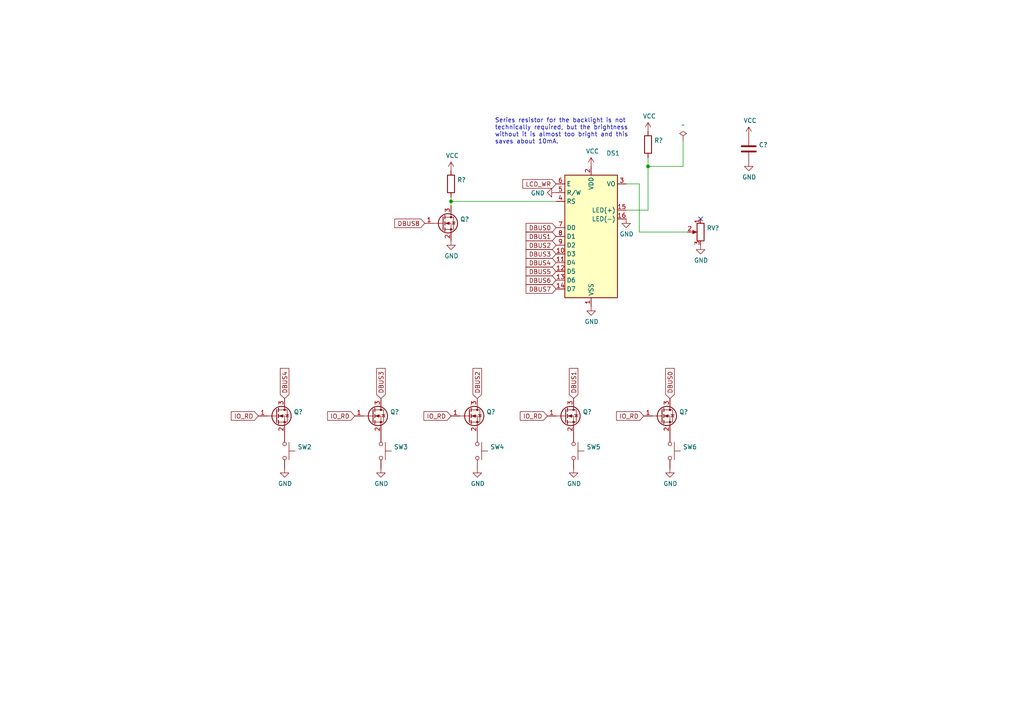
<source format=kicad_sch>
(kicad_sch (version 20211123) (generator eeschema)
  (paper "A4")
  (title_block (title "Q2 Computer") (date "2022-04-16") (rev "4c") (company "joewing.net"))
  (lib_symbols
    (symbol "Device:C" (pin_numbers hide) (pin_names (offset 0.254))
      (property "Reference" "C" (at 0.635 2.54 0))
      (property "Value" "C" (at 0.635 -2.54 0))
      (symbol "C_0_1"
        (polyline (pts (xy -2.032 -0.762) (xy 2.032 -0.762)) (stroke (width 0.508)))
        (polyline (pts (xy -2.032 0.762) (xy 2.032 0.762)) (stroke (width 0.508)))
      )
      (symbol "C_1_1"
        (pin passive line (at 0 3.81 270) (length 2.794) (name "~") (number "1"))
        (pin passive line (at 0 -3.81 90) (length 2.794) (name "~") (number "2"))
      )
    )
    (symbol "Device:R" (pin_numbers hide) (pin_names (offset 0))
      (property "Reference" "R" (at 2.032 0 90))
      (property "Value" "R" (at 0 0 90))
      (symbol "R_0_1"
        (rectangle (start -1.016 -2.54) (end 1.016 2.54) (stroke (width 0.254)))
      )
      (symbol "R_1_1"
        (pin passive line (at 0 3.81 270) (length 1.27) (name "~") (number "1"))
        (pin passive line (at 0 -3.81 90) (length 1.27) (name "~") (number "2"))
      )
    )
    (symbol "Display_Character:WC1602A"
      (property "Reference" "DS" (at -5.842 19.05 0))
      (property "Value" "WC1602A" (at 5.334 19.05 0))
      (symbol "WC1602A_1_1"
        (rectangle (start -7.62 17.78) (end 7.62 -17.78) (stroke (width 0.254)) (fill (type background)))
        (pin power_in line (at 0 -20.32 90) (length 2.54) (name "VSS") (number "1"))
        (pin input line (at -10.16 -5.08 0) (length 2.54) (name "D3") (number "10"))
        (pin input line (at -10.16 -7.62 0) (length 2.54) (name "D4") (number "11"))
        (pin input line (at -10.16 -10.16 0) (length 2.54) (name "D5") (number "12"))
        (pin input line (at -10.16 -12.7 0) (length 2.54) (name "D6") (number "13"))
        (pin input line (at -10.16 -15.24 0) (length 2.54) (name "D7") (number "14"))
        (pin power_in line (at 10.16 7.62 180) (length 2.54) (name "LED(+)") (number "15"))
        (pin power_in line (at 10.16 5.08 180) (length 2.54) (name "LED(-)") (number "16"))
        (pin power_in line (at 0 20.32 270) (length 2.54) (name "VDD") (number "2"))
        (pin input line (at 10.16 15.24 180) (length 2.54) (name "VO") (number "3"))
        (pin input line (at -10.16 10.16 0) (length 2.54) (name "RS") (number "4"))
        (pin input line (at -10.16 12.7 0) (length 2.54) (name "R/W") (number "5"))
        (pin input line (at -10.16 15.24 0) (length 2.54) (name "E") (number "6"))
        (pin input line (at -10.16 2.54 0) (length 2.54) (name "D0") (number "7"))
        (pin input line (at -10.16 0 0) (length 2.54) (name "D1") (number "8"))
        (pin input line (at -10.16 -2.54 0) (length 2.54) (name "D2") (number "9"))
      )
    )
    (symbol "Switch:SW_Push" (pin_numbers hide) (pin_names (offset 1.016) hide)
      (property "Reference" "SW" (at 1.27 2.54 0))
      (property "Value" "SW_Push" (at 0 -1.524 0))
      (symbol "SW_Push_0_1"
        (circle (center -2.032 0) (radius 0.508))
        (polyline (pts (xy 0 1.27) (xy 0 3.048)))
        (polyline (pts (xy 2.54 1.27) (xy -2.54 1.27)))
        (circle (center 2.032 0) (radius 0.508))
        (pin passive line (at -5.08 0 0) (length 2.54) (name "1") (number "1"))
        (pin passive line (at 5.08 0 180) (length 2.54) (name "2") (number "2"))
      )
    )
    (symbol "Transistor_FET:2N7002" (pin_names hide)
      (property "Reference" "Q" (at 5.08 1.905 0))
      (property "Value" "2N7002" (at 5.08 0 0))
      (symbol "2N7002_0_1"
        (polyline (pts (xy 0.254 0) (xy -2.54 0)))
        (polyline (pts (xy 0.254 1.905) (xy 0.254 -1.905)) (stroke (width 0.254)))
        (polyline (pts (xy 0.762 -1.27) (xy 0.762 -2.286)) (stroke (width 0.254)))
        (polyline (pts (xy 0.762 0.508) (xy 0.762 -0.508)) (stroke (width 0.254)))
        (polyline (pts (xy 0.762 2.286) (xy 0.762 1.27)) (stroke (width 0.254)))
        (polyline (pts (xy 2.54 2.54) (xy 2.54 1.778)))
        (polyline (pts (xy 2.54 -2.54) (xy 2.54 0) (xy 0.762 0)))
        (polyline (pts (xy 0.762 -1.778) (xy 3.302 -1.778) (xy 3.302 1.778) (xy 0.762 1.778)))
        (polyline (pts (xy 1.016 0) (xy 2.032 0.381) (xy 2.032 -0.381) (xy 1.016 0)) (fill (type outline)))
        (polyline (pts (xy 2.794 0.508) (xy 2.921 0.381) (xy 3.683 0.381) (xy 3.81 0.254)))
        (polyline (pts (xy 3.302 0.381) (xy 2.921 -0.254) (xy 3.683 -0.254) (xy 3.302 0.381)))
        (circle (center 1.651 0) (radius 2.794) (stroke (width 0.254)))
        (circle (center 2.54 -1.778) (radius 0.254) (fill (type outline)))
        (circle (center 2.54 1.778) (radius 0.254) (fill (type outline)))
      )
      (symbol "2N7002_1_1"
        (pin input line (at -5.08 0 0) (length 2.54) (name "G") (number "1"))
        (pin passive line (at 2.54 -5.08 90) (length 2.54) (name "S") (number "2"))
        (pin passive line (at 2.54 5.08 270) (length 2.54) (name "D") (number "3"))
      )
    )
    (symbol "power:GND" (power) (pin_names (offset 0))
      (property "Value" "GND" (at 0 -3.81 0))
      (symbol "GND_0_1"
        (polyline (pts (xy 0 0) (xy 0 -1.27) (xy 1.27 -1.27) (xy 0 -2.54) (xy -1.27 -1.27) (xy 0 -1.27)))
      )
      (symbol "GND_1_1"
        (pin power_in line (at 0 0 270) (length 0) hide (name "GND") (number "1"))
      )
    )
    (symbol "power:PWR_FLAG" (power) (pin_numbers hide) (pin_names (offset 0) hide)
      (property "Value" "PWR_FLAG" (at 0 3.81 0))
      (symbol "PWR_FLAG_0_0"
        (pin power_out line (at 0 0 90) (length 0) (name "pwr") (number "1"))
      )
      (symbol "PWR_FLAG_0_1"
        (polyline (pts (xy 0 0) (xy 0 1.27) (xy -1.016 1.905) (xy 0 2.54) (xy 1.016 1.905) (xy 0 1.27)))
      )
    )
    (symbol "power:VCC" (power) (pin_names (offset 0))
      (property "Value" "VCC" (at 0 3.81 0))
      (symbol "VCC_0_1"
        (polyline (pts (xy -0.762 1.27) (xy 0 2.54)))
        (polyline (pts (xy 0 0) (xy 0 2.54)))
        (polyline (pts (xy 0 2.54) (xy 0.762 1.27)))
      )
      (symbol "VCC_1_1"
        (pin power_in line (at 0 0 90) (length 0) hide (name "VCC") (number "1"))
      )
    )
    (symbol "q2-rescue:R_POT-Device" (pin_names (offset 1.016) hide)
      (property "Reference" "RV" (at -4.445 0 90))
      (property "Value" "R_POT-Device" (at -2.54 0 90))
      (symbol "R_POT-Device_0_1"
        (polyline (pts (xy 2.54 0) (xy 1.524 0)))
        (polyline (pts (xy 1.143 0) (xy 2.286 0.508) (xy 2.286 -0.508) (xy 1.143 0)) (fill (type outline)))
        (rectangle (start 1.016 2.54) (end -1.016 -2.54) (stroke (width 0.254)))
      )
      (symbol "R_POT-Device_1_1"
        (pin passive line (at 0 3.81 270) (length 1.27) (name "1") (number "1"))
        (pin passive line (at 3.81 0 180) (length 1.27) (name "2") (number "2"))
        (pin passive line (at 0 -3.81 90) (length 1.27) (name "3") (number "3"))
      )
    )
  )
  (junction (at 130.81 58.42))
  (junction (at 187.96 48.26))
  (no_connect (at 203.2 63.5))
  (wire (pts (xy 161.29 58.42) (xy 130.81 58.42)))
  (wire (pts (xy 198.12 40.64) (xy 198.12 48.26)))
  (wire (pts (xy 181.61 53.34) (xy 185.42 53.34)))
  (wire (pts (xy 187.96 45.72) (xy 187.96 48.26)))
  (wire (pts (xy 130.81 58.42) (xy 130.81 59.69)))
  (wire (pts (xy 187.96 60.96) (xy 181.61 60.96)))
  (wire (pts (xy 130.81 57.15) (xy 130.81 58.42)))
  (wire (pts (xy 185.42 67.31) (xy 199.39 67.31)))
  (wire (pts (xy 198.12 48.26) (xy 187.96 48.26)))
  (wire (pts (xy 187.96 48.26) (xy 187.96 60.96)))
  (wire (pts (xy 185.42 53.34) (xy 185.42 67.31)))
  (text "Series resistor for the backlight is not\ntechnically required, but the brightness\nwithout it is almost too bright and this\nsaves about 10mA." (at 143.51 41.91 0) (effects (font (size 1.27 1.27)) (justify left bottom)))
  (global_label "IO_RD" (shape input) (at 74.93 120.65 180) (property "Intersheet References" "${INTERSHEET_REFS}" (effects hide)))
  (global_label "LCD_WR" (shape input) (at 161.29 53.34 180) (property "Intersheet References" "${INTERSHEET_REFS}" (effects hide)))
  (global_label "DBUS3" (shape input) (at 161.29 73.66 180) (property "Intersheet References" "${INTERSHEET_REFS}" (effects hide)))
  (global_label "DBUS8" (shape input) (at 123.19 64.77 180) (property "Intersheet References" "${INTERSHEET_REFS}" (effects hide)))
  (global_label "DBUS5" (shape input) (at 161.29 78.74 180) (property "Intersheet References" "${INTERSHEET_REFS}" (effects hide)))
  (global_label "IO_RD" (shape input) (at 130.81 120.65 180) (property "Intersheet References" "${INTERSHEET_REFS}" (effects hide)))
  (global_label "DBUS0" (shape input) (at 161.29 66.04 180) (property "Intersheet References" "${INTERSHEET_REFS}" (effects hide)))
  (global_label "DBUS4" (shape input) (at 161.29 76.2 180) (property "Intersheet References" "${INTERSHEET_REFS}" (effects hide)))
  (global_label "DBUS0" (shape input) (at 194.31 115.57 90) (property "Intersheet References" "${INTERSHEET_REFS}" (effects hide)))
  (global_label "DBUS1" (shape input) (at 166.37 115.57 90) (property "Intersheet References" "${INTERSHEET_REFS}" (effects hide)))
  (global_label "DBUS3" (shape input) (at 110.49 115.57 90) (property "Intersheet References" "${INTERSHEET_REFS}" (effects hide)))
  (global_label "DBUS7" (shape input) (at 161.29 83.82 180) (property "Intersheet References" "${INTERSHEET_REFS}" (effects hide)))
  (global_label "DBUS4" (shape input) (at 82.55 115.57 90) (property "Intersheet References" "${INTERSHEET_REFS}" (effects hide)))
  (global_label "DBUS1" (shape input) (at 161.29 68.58 180) (property "Intersheet References" "${INTERSHEET_REFS}" (effects hide)))
  (global_label "DBUS6" (shape input) (at 161.29 81.28 180) (property "Intersheet References" "${INTERSHEET_REFS}" (effects hide)))
  (global_label "DBUS2" (shape input) (at 138.43 115.57 90) (property "Intersheet References" "${INTERSHEET_REFS}" (effects hide)))
  (global_label "DBUS2" (shape input) (at 161.29 71.12 180) (property "Intersheet References" "${INTERSHEET_REFS}" (effects hide)))
  (global_label "IO_RD" (shape input) (at 158.75 120.65 180) (property "Intersheet References" "${INTERSHEET_REFS}" (effects hide)))
  (global_label "IO_RD" (shape input) (at 186.69 120.65 180) (property "Intersheet References" "${INTERSHEET_REFS}" (effects hide)))
  (global_label "IO_RD" (shape input) (at 102.87 120.65 180) (property "Intersheet References" "${INTERSHEET_REFS}" (effects hide)))
  (symbol (lib_id "Display_Character:WC1602A") (at 171.45 68.58 0) (unit 1)
    (property "Reference" "DS1" (at 177.8 44.45 0))
    (property "Type" "PTH" (effects hide))
  )
  (symbol (lib_id "q2-rescue:R_POT-Device") (at 203.2 67.31 0) (mirror y) (unit 1)
    (property "Reference" "RV?" (at 204.978 66.1416 0) (effects (justify right)))
    (property "LCSC" "C116281" (effects hide))
    (property "Manufacturer" "BOURNS" (effects hide))
    (property "Part Number" "3386P-1-103LF" (effects hide))
    (property "Type" "PTH" (effects hide))
    (property "Package" "Plugin" (effects hide))
  )
  (symbol (lib_id "power:VCC") (at 187.96 38.1 0) (unit 1)
    (property "Reference" "#PWR?" (effects hide))
  )
  (symbol (lib_id "power:GND") (at 181.61 63.5 0) (unit 1)
    (property "Reference" "#PWR0705" (effects hide))
  )
  (symbol (lib_id "power:GND") (at 203.2 71.12 0) (unit 1)
    (property "Reference" "#PWR0703" (effects hide))
  )
  (symbol (lib_id "power:GND") (at 171.45 88.9 0) (unit 1)
    (property "Reference" "#PWR0707" (effects hide))
  )
  (symbol (lib_id "power:VCC") (at 171.45 48.26 0) (unit 1)
    (property "Reference" "#PWR?" (effects hide))
  )
  (symbol (lib_id "power:GND") (at 130.81 69.85 0) (unit 1)
    (property "Reference" "#PWR?" (effects hide))
  )
  (symbol (lib_id "Device:R") (at 130.81 53.34 180) (unit 1)
    (property "Reference" "R?" (at 132.588 52.1716 0) (effects (justify right)))
    (property "LCSC" "C25804" (effects hide))
    (property "Manufacturer" "UNI-ROYAL(Uniroyal Elec)" (effects hide))
    (property "Part Number" "0603WAF1002T5E" (effects hide))
    (property "Package" "0603" (effects hide))
    (property "Type" "SMD" (effects hide))
  )
  (symbol (lib_id "power:VCC") (at 130.81 49.53 0) (unit 1)
    (property "Reference" "#PWR?" (effects hide))
  )
  (symbol (lib_id "power:GND") (at 161.29 55.88 270) (unit 1)
    (property "Reference" "#PWR0702" (effects hide))
  )
  (symbol (lib_id "power:GND") (at 82.55 135.89 0) (unit 1)
    (property "Reference" "#PWR?" (effects hide))
  )
  (symbol (lib_id "Switch:SW_Push") (at 82.55 130.81 270) (unit 1)
    (property "Reference" "SW2" (at 86.3092 129.6416 90) (effects (justify left)))
    (property "LCSC" "C620316" (effects hide))
    (property "Manufacturer" "USAKRO" (effects hide))
    (property "Part Number" "UK-B0228-G5-160-JZ" (effects hide))
    (property "Package" "6x6mm" (effects hide))
    (property "Type" "SMD" (effects hide))
  )
  (symbol (lib_id "power:GND") (at 110.49 135.89 0) (unit 1)
    (property "Reference" "#PWR?" (effects hide))
  )
  (symbol (lib_id "Switch:SW_Push") (at 110.49 130.81 270) (unit 1)
    (property "Reference" "SW3" (at 114.2492 129.6416 90) (effects (justify left)))
    (property "LCSC" "C620316" (effects hide))
    (property "Manufacturer" "USAKRO" (effects hide))
    (property "Part Number" "UK-B0228-G5-160-JZ" (effects hide))
    (property "Package" "6x6mm" (effects hide))
    (property "Type" "SMD" (effects hide))
  )
  (symbol (lib_id "power:GND") (at 138.43 135.89 0) (unit 1)
    (property "Reference" "#PWR?" (effects hide))
  )
  (symbol (lib_id "Switch:SW_Push") (at 138.43 130.81 270) (unit 1)
    (property "Reference" "SW4" (at 142.1892 129.6416 90) (effects (justify left)))
    (property "LCSC" "C620316" (effects hide))
    (property "Manufacturer" "USAKRO" (effects hide))
    (property "Part Number" "UK-B0228-G5-160-JZ" (effects hide))
    (property "Package" "6x6mm" (effects hide))
    (property "Type" "SMD" (effects hide))
  )
  (symbol (lib_id "power:GND") (at 166.37 135.89 0) (unit 1)
    (property "Reference" "#PWR?" (effects hide))
  )
  (symbol (lib_id "Switch:SW_Push") (at 166.37 130.81 270) (unit 1)
    (property "Reference" "SW5" (at 170.1292 129.6416 90) (effects (justify left)))
    (property "LCSC" "C620316" (effects hide))
    (property "Manufacturer" "USAKRO" (effects hide))
    (property "Part Number" "UK-B0228-G5-160-JZ" (effects hide))
    (property "Package" "6x6mm" (effects hide))
    (property "Type" "SMD" (effects hide))
  )
  (symbol (lib_id "power:GND") (at 194.31 135.89 0) (unit 1)
    (property "Reference" "#PWR?" (effects hide))
  )
  (symbol (lib_id "Switch:SW_Push") (at 194.31 130.81 270) (unit 1)
    (property "Reference" "SW6" (at 198.0692 129.6416 90) (effects (justify left)))
    (property "LCSC" "C620316" (effects hide))
    (property "Manufacturer" "USAKRO" (effects hide))
    (property "Part Number" "UK-B0228-G5-160-JZ" (effects hide))
    (property "Package" "6x6mm" (effects hide))
    (property "Type" "SMD" (effects hide))
  )
  (symbol (lib_id "Transistor_FET:2N7002") (at 80.01 120.65 0) (unit 1)
    (property "Reference" "Q?" (at 85.1916 119.4816 0) (effects (justify left)))
    (property "LCSC" "C181083" (effects hide))
    (property "Manufacturer" "Guangdong Hottech" (effects hide))
    (property "Part Number" "2N7002" (effects hide))
    (property "Package" "SOT-23" (effects hide))
    (property "Type" "SMD" (effects hide))
  )
  (symbol (lib_id "Transistor_FET:2N7002") (at 107.95 120.65 0) (unit 1)
    (property "Reference" "Q?" (at 113.1316 119.4816 0) (effects (justify left)))
    (property "LCSC" "C181083" (effects hide))
    (property "Manufacturer" "Guangdong Hottech" (effects hide))
    (property "Part Number" "2N7002" (effects hide))
    (property "Package" "SOT-23" (effects hide))
    (property "Type" "SMD" (effects hide))
  )
  (symbol (lib_id "Transistor_FET:2N7002") (at 135.89 120.65 0) (unit 1)
    (property "Reference" "Q?" (at 141.0716 119.4816 0) (effects (justify left)))
    (property "LCSC" "C181083" (effects hide))
    (property "Manufacturer" "Guangdong Hottech" (effects hide))
    (property "Part Number" "2N7002" (effects hide))
    (property "Package" "SOT-23" (effects hide))
    (property "Type" "SMD" (effects hide))
  )
  (symbol (lib_id "Transistor_FET:2N7002") (at 163.83 120.65 0) (unit 1)
    (property "Reference" "Q?" (at 169.0116 119.4816 0) (effects (justify left)))
    (property "LCSC" "C181083" (effects hide))
    (property "Manufacturer" "Guangdong Hottech" (effects hide))
    (property "Part Number" "2N7002" (effects hide))
    (property "Package" "SOT-23" (effects hide))
    (property "Type" "SMD" (effects hide))
  )
  (symbol (lib_id "Transistor_FET:2N7002") (at 191.77 120.65 0) (unit 1)
    (property "Reference" "Q?" (at 196.9516 119.4816 0) (effects (justify left)))
    (property "LCSC" "C181083" (effects hide))
    (property "Manufacturer" "Guangdong Hottech" (effects hide))
    (property "Part Number" "2N7002" (effects hide))
    (property "Package" "SOT-23" (effects hide))
    (property "Type" "SMD" (effects hide))
  )
  (symbol (lib_id "Transistor_FET:2N7002") (at 128.27 64.77 0) (unit 1)
    (property "Reference" "Q?" (at 133.4516 63.6016 0) (effects (justify left)))
    (property "LCSC" "C181083" (effects hide))
    (property "Manufacturer" "Guangdong Hottech" (effects hide))
    (property "Part Number" "2N7002" (effects hide))
    (property "Package" "SOT-23" (effects hide))
    (property "Type" "SMD" (effects hide))
  )
  (symbol (lib_id "Device:C") (at 217.17 43.18 0) (unit 1)
    (property "Reference" "C?" (at 220.091 42.0116 0) (effects (justify left)))
    (property "LCSC" "C49678" (effects hide))
    (property "Manufacturer" "YAGEO" (effects hide))
    (property "Part Number" "CC0805KRX7R9BB104" (effects hide))
    (property "Package" "0805" (effects hide))
    (property "Type" "SMD" (effects hide))
  )
  (symbol (lib_id "power:VCC") (at 217.17 39.37 0) (unit 1)
    (property "Reference" "#PWR?" (effects hide))
  )
  (symbol (lib_id "power:GND") (at 217.17 46.99 0) (unit 1)
    (property "Reference" "#PWR?" (effects hide))
  )
  (symbol (lib_id "Device:R") (at 187.96 41.91 180) (unit 1)
    (property "Reference" "R?" (at 189.738 40.7416 0) (effects (justify right)))
    (property "LCSC" "C17901" (effects hide))
    (property "Manufacturer" "UNI-ROYAL(Uniroyal Elec)" (effects hide))
    (property "Part Number" "1206W4F1000T5E" (effects hide))
    (property "Package" "1206" (effects hide))
    (property "Type" "SMD" (effects hide))
  )
  (symbol (lib_id "power:PWR_FLAG") (at 198.12 40.64 0) (unit 1)
    (property "Reference" "#FLG0101" (effects hide))
  )
)
</source>
